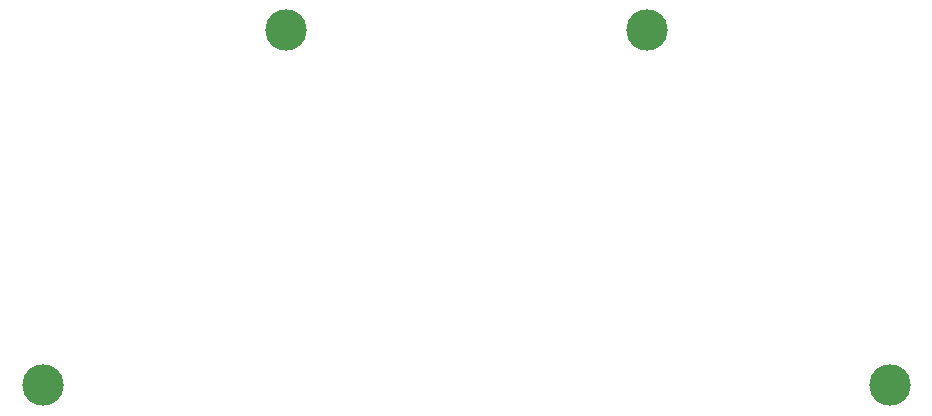
<source format=gbr>
G04 #@! TF.GenerationSoftware,KiCad,Pcbnew,5.0.2+dfsg1-1~bpo9+1*
G04 #@! TF.CreationDate,2019-08-16T14:51:49+01:00*
G04 #@! TF.ProjectId,retro_zero+a_controller,72657472-6f5f-47a6-9572-6f2b615f636f,rev?*
G04 #@! TF.SameCoordinates,Original*
G04 #@! TF.FileFunction,Copper,L2,Bot*
G04 #@! TF.FilePolarity,Positive*
%FSLAX46Y46*%
G04 Gerber Fmt 4.6, Leading zero omitted, Abs format (unit mm)*
G04 Created by KiCad (PCBNEW 5.0.2+dfsg1-1~bpo9+1) date Fri 16 Aug 2019 14:51:49 BST*
%MOMM*%
%LPD*%
G01*
G04 APERTURE LIST*
G04 #@! TA.AperFunction,ComponentPad*
%ADD10C,3.500000*%
G04 #@! TD*
G04 APERTURE END LIST*
D10*
G04 #@! TO.P,U3,1*
G04 #@! TO.N,Net-(U3-Pad1)*
X180301900Y-116357400D03*
G04 #@! TD*
G04 #@! TO.P,U5,1*
G04 #@! TO.N,Net-(U5-Pad1)*
X108597700Y-116344700D03*
G04 #@! TD*
G04 #@! TO.P,U4,1*
G04 #@! TO.N,Net-(U4-Pad1)*
X129171700Y-86283800D03*
G04 #@! TD*
G04 #@! TO.P,U2,1*
G04 #@! TO.N,Net-(U2-Pad1)*
X159727900Y-86283800D03*
G04 #@! TD*
M02*

</source>
